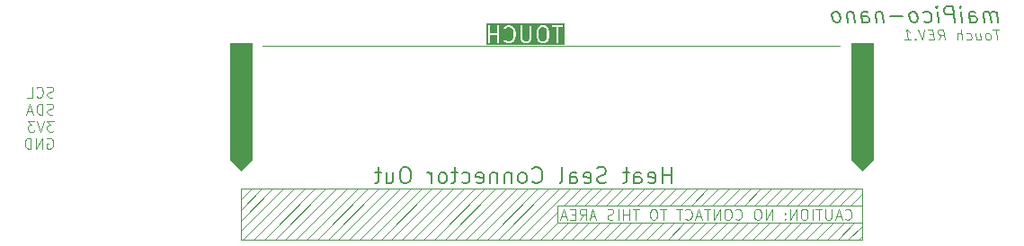
<source format=gbr>
%TF.GenerationSoftware,KiCad,Pcbnew,8.0.4*%
%TF.CreationDate,2024-08-04T13:50:59+08:00*%
%TF.ProjectId,mai-pico-nano-touch,6d61692d-7069-4636-9f2d-6e616e6f2d74,rev?*%
%TF.SameCoordinates,Original*%
%TF.FileFunction,Legend,Bot*%
%TF.FilePolarity,Positive*%
%FSLAX46Y46*%
G04 Gerber Fmt 4.6, Leading zero omitted, Abs format (unit mm)*
G04 Created by KiCad (PCBNEW 8.0.4) date 2024-08-04 13:50:59*
%MOMM*%
%LPD*%
G01*
G04 APERTURE LIST*
%ADD10C,0.100000*%
%ADD11C,0.150000*%
%ADD12C,0.200000*%
%ADD13C,0.120000*%
G04 APERTURE END LIST*
D10*
X112300000Y-90700000D02*
X110700000Y-92300000D01*
X89300000Y-90700000D02*
X84500000Y-95500000D01*
X118100000Y-93900000D02*
X116500000Y-95500000D01*
X92300000Y-90700000D02*
X87500000Y-95500000D01*
X126100000Y-93900000D02*
X124500000Y-95500000D01*
X112100000Y-93900000D02*
X110500000Y-95500000D01*
X80300000Y-90700000D02*
X75500000Y-95500000D01*
X127300000Y-90700000D02*
X125700000Y-92300000D01*
X103100000Y-92300000D02*
X103100000Y-93900000D01*
X118300000Y-90700000D02*
X116700000Y-92300000D01*
X84300000Y-90700000D02*
X79500000Y-95500000D01*
X122300000Y-90700000D02*
X120700000Y-92300000D01*
X109100000Y-93900000D02*
X107500000Y-95500000D01*
X130100000Y-93900000D02*
X128500000Y-95500000D01*
X130300000Y-90700000D02*
X128700000Y-92300000D01*
X83300000Y-90700000D02*
X78500000Y-95500000D01*
X120300000Y-90700000D02*
X118700000Y-92300000D01*
X85300000Y-90700000D02*
X80500000Y-95500000D01*
X131800000Y-95200000D02*
X131500000Y-95500000D01*
X111300000Y-90700000D02*
X109700000Y-92300000D01*
X109300000Y-90700000D02*
X107700000Y-92300000D01*
X106100000Y-93900000D02*
X104500000Y-95500000D01*
X129100000Y-93900000D02*
X127500000Y-95500000D01*
X103100000Y-93900000D02*
X101500000Y-95500000D01*
X86300000Y-90700000D02*
X81500000Y-95500000D01*
X94300000Y-90700000D02*
X89500000Y-95500000D01*
X115100000Y-93900000D02*
X113500000Y-95500000D01*
X106300000Y-90700000D02*
X104700000Y-92300000D01*
X132800000Y-88000000D02*
X131800000Y-89000000D01*
X130800000Y-88000000D01*
X130800000Y-77000000D01*
X132800000Y-77000000D01*
X132800000Y-88000000D01*
G36*
X132800000Y-88000000D02*
G01*
X131800000Y-89000000D01*
X130800000Y-88000000D01*
X130800000Y-77000000D01*
X132800000Y-77000000D01*
X132800000Y-88000000D01*
G37*
X77300000Y-90700000D02*
X73300000Y-94700000D01*
X121100000Y-93900000D02*
X119500000Y-95500000D01*
X116100000Y-93900000D02*
X114500000Y-95500000D01*
X116300000Y-90700000D02*
X114700000Y-92300000D01*
X119300000Y-90700000D02*
X117700000Y-92300000D01*
X97300000Y-90700000D02*
X92500000Y-95500000D01*
X101300000Y-90700000D02*
X96500000Y-95500000D01*
X131800000Y-92300000D02*
X103100000Y-92300000D01*
X81300000Y-90700000D02*
X76500000Y-95500000D01*
X122100000Y-93900000D02*
X120500000Y-95500000D01*
X96300000Y-90700000D02*
X91500000Y-95500000D01*
X93300000Y-90700000D02*
X88500000Y-95500000D01*
X91300000Y-90700000D02*
X86500000Y-95500000D01*
X110100000Y-93900000D02*
X108500000Y-95500000D01*
X131800000Y-94200000D02*
X130500000Y-95500000D01*
X98300000Y-90700000D02*
X93500000Y-95500000D01*
X74300000Y-88000000D02*
X73300000Y-89000000D01*
X72300000Y-88000000D01*
X72300000Y-77000000D01*
X74300000Y-77000000D01*
X74300000Y-88000000D01*
G36*
X74300000Y-88000000D02*
G01*
X73300000Y-89000000D01*
X72300000Y-88000000D01*
X72300000Y-77000000D01*
X74300000Y-77000000D01*
X74300000Y-88000000D01*
G37*
X73300000Y-90700000D02*
X131800000Y-90700000D01*
X131800000Y-95500000D01*
X73300000Y-95500000D01*
X73300000Y-90700000D01*
X110300000Y-90700000D02*
X108700000Y-92300000D01*
X90300000Y-90700000D02*
X85500000Y-95500000D01*
X108100000Y-93900000D02*
X106500000Y-95500000D01*
X125300000Y-90700000D02*
X123700000Y-92300000D01*
X107100000Y-93900000D02*
X105500000Y-95500000D01*
X78300000Y-90700000D02*
X73500000Y-95500000D01*
X131800000Y-91200000D02*
X130700000Y-92300000D01*
X103300000Y-90700000D02*
X98500000Y-95500000D01*
X128300000Y-90700000D02*
X126700000Y-92300000D01*
X131100000Y-93900000D02*
X129500000Y-95500000D01*
X82300000Y-90700000D02*
X77500000Y-95500000D01*
X87300000Y-90700000D02*
X82500000Y-95500000D01*
X74300000Y-90700000D02*
X73300000Y-91700000D01*
X124300000Y-90700000D02*
X122700000Y-92300000D01*
X79300000Y-90700000D02*
X74500000Y-95500000D01*
X103100000Y-92900000D02*
X100500000Y-95500000D01*
X114100000Y-93900000D02*
X112500000Y-95500000D01*
X99300000Y-90700000D02*
X94500000Y-95500000D01*
X88300000Y-90700000D02*
X83500000Y-95500000D01*
X117300000Y-90700000D02*
X115700000Y-92300000D01*
X76300000Y-90700000D02*
X73300000Y-93700000D01*
X129300000Y-90700000D02*
X127700000Y-92300000D01*
X95300000Y-90700000D02*
X90500000Y-95500000D01*
X104300000Y-90700000D02*
X99500000Y-95500000D01*
X127100000Y-93900000D02*
X125500000Y-95500000D01*
X126300000Y-90700000D02*
X124700000Y-92300000D01*
X123300000Y-90700000D02*
X121700000Y-92300000D01*
X120100000Y-93900000D02*
X118500000Y-95500000D01*
X131300000Y-90700000D02*
X129700000Y-92300000D01*
X103100000Y-93900000D02*
X131800000Y-93900000D01*
X104100000Y-93900000D02*
X102500000Y-95500000D01*
X114300000Y-90700000D02*
X112700000Y-92300000D01*
X113100000Y-93900000D02*
X111500000Y-95500000D01*
X100300000Y-90700000D02*
X95500000Y-95500000D01*
X107300000Y-90700000D02*
X105700000Y-92300000D01*
X128100000Y-93900000D02*
X126500000Y-95500000D01*
X121300000Y-90700000D02*
X119700000Y-92300000D01*
X124100000Y-93900000D02*
X122500000Y-95500000D01*
X131800000Y-91200000D02*
X130700000Y-92300000D01*
X108300000Y-90700000D02*
X106700000Y-92300000D01*
X111100000Y-93900000D02*
X109500000Y-95500000D01*
X119100000Y-93900000D02*
X117500000Y-95500000D01*
X115300000Y-90700000D02*
X113700000Y-92300000D01*
X105100000Y-93900000D02*
X103500000Y-95500000D01*
X117100000Y-93900000D02*
X115500000Y-95500000D01*
X102300000Y-90700000D02*
X97500000Y-95500000D01*
X113300000Y-90700000D02*
X111700000Y-92300000D01*
X75300000Y-90700000D02*
X73300000Y-92700000D01*
X105300000Y-90700000D02*
X103700000Y-92300000D01*
X123100000Y-93900000D02*
X121500000Y-95500000D01*
X125100000Y-93900000D02*
X123500000Y-95500000D01*
D11*
X113857142Y-90186128D02*
X113857142Y-88686128D01*
X113857142Y-89400414D02*
X112999999Y-89400414D01*
X112999999Y-90186128D02*
X112999999Y-88686128D01*
X111714284Y-90114700D02*
X111857141Y-90186128D01*
X111857141Y-90186128D02*
X112142856Y-90186128D01*
X112142856Y-90186128D02*
X112285713Y-90114700D01*
X112285713Y-90114700D02*
X112357141Y-89971842D01*
X112357141Y-89971842D02*
X112357141Y-89400414D01*
X112357141Y-89400414D02*
X112285713Y-89257557D01*
X112285713Y-89257557D02*
X112142856Y-89186128D01*
X112142856Y-89186128D02*
X111857141Y-89186128D01*
X111857141Y-89186128D02*
X111714284Y-89257557D01*
X111714284Y-89257557D02*
X111642856Y-89400414D01*
X111642856Y-89400414D02*
X111642856Y-89543271D01*
X111642856Y-89543271D02*
X112357141Y-89686128D01*
X110357142Y-90186128D02*
X110357142Y-89400414D01*
X110357142Y-89400414D02*
X110428570Y-89257557D01*
X110428570Y-89257557D02*
X110571427Y-89186128D01*
X110571427Y-89186128D02*
X110857142Y-89186128D01*
X110857142Y-89186128D02*
X110999999Y-89257557D01*
X110357142Y-90114700D02*
X110499999Y-90186128D01*
X110499999Y-90186128D02*
X110857142Y-90186128D01*
X110857142Y-90186128D02*
X110999999Y-90114700D01*
X110999999Y-90114700D02*
X111071427Y-89971842D01*
X111071427Y-89971842D02*
X111071427Y-89828985D01*
X111071427Y-89828985D02*
X110999999Y-89686128D01*
X110999999Y-89686128D02*
X110857142Y-89614700D01*
X110857142Y-89614700D02*
X110499999Y-89614700D01*
X110499999Y-89614700D02*
X110357142Y-89543271D01*
X109857141Y-89186128D02*
X109285713Y-89186128D01*
X109642856Y-88686128D02*
X109642856Y-89971842D01*
X109642856Y-89971842D02*
X109571427Y-90114700D01*
X109571427Y-90114700D02*
X109428570Y-90186128D01*
X109428570Y-90186128D02*
X109285713Y-90186128D01*
X107714284Y-90114700D02*
X107499999Y-90186128D01*
X107499999Y-90186128D02*
X107142856Y-90186128D01*
X107142856Y-90186128D02*
X106999999Y-90114700D01*
X106999999Y-90114700D02*
X106928570Y-90043271D01*
X106928570Y-90043271D02*
X106857141Y-89900414D01*
X106857141Y-89900414D02*
X106857141Y-89757557D01*
X106857141Y-89757557D02*
X106928570Y-89614700D01*
X106928570Y-89614700D02*
X106999999Y-89543271D01*
X106999999Y-89543271D02*
X107142856Y-89471842D01*
X107142856Y-89471842D02*
X107428570Y-89400414D01*
X107428570Y-89400414D02*
X107571427Y-89328985D01*
X107571427Y-89328985D02*
X107642856Y-89257557D01*
X107642856Y-89257557D02*
X107714284Y-89114700D01*
X107714284Y-89114700D02*
X107714284Y-88971842D01*
X107714284Y-88971842D02*
X107642856Y-88828985D01*
X107642856Y-88828985D02*
X107571427Y-88757557D01*
X107571427Y-88757557D02*
X107428570Y-88686128D01*
X107428570Y-88686128D02*
X107071427Y-88686128D01*
X107071427Y-88686128D02*
X106857141Y-88757557D01*
X105642856Y-90114700D02*
X105785713Y-90186128D01*
X105785713Y-90186128D02*
X106071428Y-90186128D01*
X106071428Y-90186128D02*
X106214285Y-90114700D01*
X106214285Y-90114700D02*
X106285713Y-89971842D01*
X106285713Y-89971842D02*
X106285713Y-89400414D01*
X106285713Y-89400414D02*
X106214285Y-89257557D01*
X106214285Y-89257557D02*
X106071428Y-89186128D01*
X106071428Y-89186128D02*
X105785713Y-89186128D01*
X105785713Y-89186128D02*
X105642856Y-89257557D01*
X105642856Y-89257557D02*
X105571428Y-89400414D01*
X105571428Y-89400414D02*
X105571428Y-89543271D01*
X105571428Y-89543271D02*
X106285713Y-89686128D01*
X104285714Y-90186128D02*
X104285714Y-89400414D01*
X104285714Y-89400414D02*
X104357142Y-89257557D01*
X104357142Y-89257557D02*
X104499999Y-89186128D01*
X104499999Y-89186128D02*
X104785714Y-89186128D01*
X104785714Y-89186128D02*
X104928571Y-89257557D01*
X104285714Y-90114700D02*
X104428571Y-90186128D01*
X104428571Y-90186128D02*
X104785714Y-90186128D01*
X104785714Y-90186128D02*
X104928571Y-90114700D01*
X104928571Y-90114700D02*
X104999999Y-89971842D01*
X104999999Y-89971842D02*
X104999999Y-89828985D01*
X104999999Y-89828985D02*
X104928571Y-89686128D01*
X104928571Y-89686128D02*
X104785714Y-89614700D01*
X104785714Y-89614700D02*
X104428571Y-89614700D01*
X104428571Y-89614700D02*
X104285714Y-89543271D01*
X103357142Y-90186128D02*
X103499999Y-90114700D01*
X103499999Y-90114700D02*
X103571428Y-89971842D01*
X103571428Y-89971842D02*
X103571428Y-88686128D01*
X100785714Y-90043271D02*
X100857142Y-90114700D01*
X100857142Y-90114700D02*
X101071428Y-90186128D01*
X101071428Y-90186128D02*
X101214285Y-90186128D01*
X101214285Y-90186128D02*
X101428571Y-90114700D01*
X101428571Y-90114700D02*
X101571428Y-89971842D01*
X101571428Y-89971842D02*
X101642857Y-89828985D01*
X101642857Y-89828985D02*
X101714285Y-89543271D01*
X101714285Y-89543271D02*
X101714285Y-89328985D01*
X101714285Y-89328985D02*
X101642857Y-89043271D01*
X101642857Y-89043271D02*
X101571428Y-88900414D01*
X101571428Y-88900414D02*
X101428571Y-88757557D01*
X101428571Y-88757557D02*
X101214285Y-88686128D01*
X101214285Y-88686128D02*
X101071428Y-88686128D01*
X101071428Y-88686128D02*
X100857142Y-88757557D01*
X100857142Y-88757557D02*
X100785714Y-88828985D01*
X99928571Y-90186128D02*
X100071428Y-90114700D01*
X100071428Y-90114700D02*
X100142857Y-90043271D01*
X100142857Y-90043271D02*
X100214285Y-89900414D01*
X100214285Y-89900414D02*
X100214285Y-89471842D01*
X100214285Y-89471842D02*
X100142857Y-89328985D01*
X100142857Y-89328985D02*
X100071428Y-89257557D01*
X100071428Y-89257557D02*
X99928571Y-89186128D01*
X99928571Y-89186128D02*
X99714285Y-89186128D01*
X99714285Y-89186128D02*
X99571428Y-89257557D01*
X99571428Y-89257557D02*
X99500000Y-89328985D01*
X99500000Y-89328985D02*
X99428571Y-89471842D01*
X99428571Y-89471842D02*
X99428571Y-89900414D01*
X99428571Y-89900414D02*
X99500000Y-90043271D01*
X99500000Y-90043271D02*
X99571428Y-90114700D01*
X99571428Y-90114700D02*
X99714285Y-90186128D01*
X99714285Y-90186128D02*
X99928571Y-90186128D01*
X98785714Y-89186128D02*
X98785714Y-90186128D01*
X98785714Y-89328985D02*
X98714285Y-89257557D01*
X98714285Y-89257557D02*
X98571428Y-89186128D01*
X98571428Y-89186128D02*
X98357142Y-89186128D01*
X98357142Y-89186128D02*
X98214285Y-89257557D01*
X98214285Y-89257557D02*
X98142857Y-89400414D01*
X98142857Y-89400414D02*
X98142857Y-90186128D01*
X97428571Y-89186128D02*
X97428571Y-90186128D01*
X97428571Y-89328985D02*
X97357142Y-89257557D01*
X97357142Y-89257557D02*
X97214285Y-89186128D01*
X97214285Y-89186128D02*
X96999999Y-89186128D01*
X96999999Y-89186128D02*
X96857142Y-89257557D01*
X96857142Y-89257557D02*
X96785714Y-89400414D01*
X96785714Y-89400414D02*
X96785714Y-90186128D01*
X95499999Y-90114700D02*
X95642856Y-90186128D01*
X95642856Y-90186128D02*
X95928571Y-90186128D01*
X95928571Y-90186128D02*
X96071428Y-90114700D01*
X96071428Y-90114700D02*
X96142856Y-89971842D01*
X96142856Y-89971842D02*
X96142856Y-89400414D01*
X96142856Y-89400414D02*
X96071428Y-89257557D01*
X96071428Y-89257557D02*
X95928571Y-89186128D01*
X95928571Y-89186128D02*
X95642856Y-89186128D01*
X95642856Y-89186128D02*
X95499999Y-89257557D01*
X95499999Y-89257557D02*
X95428571Y-89400414D01*
X95428571Y-89400414D02*
X95428571Y-89543271D01*
X95428571Y-89543271D02*
X96142856Y-89686128D01*
X94142857Y-90114700D02*
X94285714Y-90186128D01*
X94285714Y-90186128D02*
X94571428Y-90186128D01*
X94571428Y-90186128D02*
X94714285Y-90114700D01*
X94714285Y-90114700D02*
X94785714Y-90043271D01*
X94785714Y-90043271D02*
X94857142Y-89900414D01*
X94857142Y-89900414D02*
X94857142Y-89471842D01*
X94857142Y-89471842D02*
X94785714Y-89328985D01*
X94785714Y-89328985D02*
X94714285Y-89257557D01*
X94714285Y-89257557D02*
X94571428Y-89186128D01*
X94571428Y-89186128D02*
X94285714Y-89186128D01*
X94285714Y-89186128D02*
X94142857Y-89257557D01*
X93714285Y-89186128D02*
X93142857Y-89186128D01*
X93500000Y-88686128D02*
X93500000Y-89971842D01*
X93500000Y-89971842D02*
X93428571Y-90114700D01*
X93428571Y-90114700D02*
X93285714Y-90186128D01*
X93285714Y-90186128D02*
X93142857Y-90186128D01*
X92428571Y-90186128D02*
X92571428Y-90114700D01*
X92571428Y-90114700D02*
X92642857Y-90043271D01*
X92642857Y-90043271D02*
X92714285Y-89900414D01*
X92714285Y-89900414D02*
X92714285Y-89471842D01*
X92714285Y-89471842D02*
X92642857Y-89328985D01*
X92642857Y-89328985D02*
X92571428Y-89257557D01*
X92571428Y-89257557D02*
X92428571Y-89186128D01*
X92428571Y-89186128D02*
X92214285Y-89186128D01*
X92214285Y-89186128D02*
X92071428Y-89257557D01*
X92071428Y-89257557D02*
X92000000Y-89328985D01*
X92000000Y-89328985D02*
X91928571Y-89471842D01*
X91928571Y-89471842D02*
X91928571Y-89900414D01*
X91928571Y-89900414D02*
X92000000Y-90043271D01*
X92000000Y-90043271D02*
X92071428Y-90114700D01*
X92071428Y-90114700D02*
X92214285Y-90186128D01*
X92214285Y-90186128D02*
X92428571Y-90186128D01*
X91285714Y-90186128D02*
X91285714Y-89186128D01*
X91285714Y-89471842D02*
X91214285Y-89328985D01*
X91214285Y-89328985D02*
X91142857Y-89257557D01*
X91142857Y-89257557D02*
X90999999Y-89186128D01*
X90999999Y-89186128D02*
X90857142Y-89186128D01*
X88928571Y-88686128D02*
X88642857Y-88686128D01*
X88642857Y-88686128D02*
X88500000Y-88757557D01*
X88500000Y-88757557D02*
X88357143Y-88900414D01*
X88357143Y-88900414D02*
X88285714Y-89186128D01*
X88285714Y-89186128D02*
X88285714Y-89686128D01*
X88285714Y-89686128D02*
X88357143Y-89971842D01*
X88357143Y-89971842D02*
X88500000Y-90114700D01*
X88500000Y-90114700D02*
X88642857Y-90186128D01*
X88642857Y-90186128D02*
X88928571Y-90186128D01*
X88928571Y-90186128D02*
X89071429Y-90114700D01*
X89071429Y-90114700D02*
X89214286Y-89971842D01*
X89214286Y-89971842D02*
X89285714Y-89686128D01*
X89285714Y-89686128D02*
X89285714Y-89186128D01*
X89285714Y-89186128D02*
X89214286Y-88900414D01*
X89214286Y-88900414D02*
X89071429Y-88757557D01*
X89071429Y-88757557D02*
X88928571Y-88686128D01*
X87000000Y-89186128D02*
X87000000Y-90186128D01*
X87642857Y-89186128D02*
X87642857Y-89971842D01*
X87642857Y-89971842D02*
X87571428Y-90114700D01*
X87571428Y-90114700D02*
X87428571Y-90186128D01*
X87428571Y-90186128D02*
X87214285Y-90186128D01*
X87214285Y-90186128D02*
X87071428Y-90114700D01*
X87071428Y-90114700D02*
X87000000Y-90043271D01*
X86499999Y-89186128D02*
X85928571Y-89186128D01*
X86285714Y-88686128D02*
X86285714Y-89971842D01*
X86285714Y-89971842D02*
X86214285Y-90114700D01*
X86214285Y-90114700D02*
X86071428Y-90186128D01*
X86071428Y-90186128D02*
X85928571Y-90186128D01*
D10*
X130224687Y-93527180D02*
X130272306Y-93574800D01*
X130272306Y-93574800D02*
X130415163Y-93622419D01*
X130415163Y-93622419D02*
X130510401Y-93622419D01*
X130510401Y-93622419D02*
X130653258Y-93574800D01*
X130653258Y-93574800D02*
X130748496Y-93479561D01*
X130748496Y-93479561D02*
X130796115Y-93384323D01*
X130796115Y-93384323D02*
X130843734Y-93193847D01*
X130843734Y-93193847D02*
X130843734Y-93050990D01*
X130843734Y-93050990D02*
X130796115Y-92860514D01*
X130796115Y-92860514D02*
X130748496Y-92765276D01*
X130748496Y-92765276D02*
X130653258Y-92670038D01*
X130653258Y-92670038D02*
X130510401Y-92622419D01*
X130510401Y-92622419D02*
X130415163Y-92622419D01*
X130415163Y-92622419D02*
X130272306Y-92670038D01*
X130272306Y-92670038D02*
X130224687Y-92717657D01*
X129843734Y-93336704D02*
X129367544Y-93336704D01*
X129938972Y-93622419D02*
X129605639Y-92622419D01*
X129605639Y-92622419D02*
X129272306Y-93622419D01*
X128938972Y-92622419D02*
X128938972Y-93431942D01*
X128938972Y-93431942D02*
X128891353Y-93527180D01*
X128891353Y-93527180D02*
X128843734Y-93574800D01*
X128843734Y-93574800D02*
X128748496Y-93622419D01*
X128748496Y-93622419D02*
X128558020Y-93622419D01*
X128558020Y-93622419D02*
X128462782Y-93574800D01*
X128462782Y-93574800D02*
X128415163Y-93527180D01*
X128415163Y-93527180D02*
X128367544Y-93431942D01*
X128367544Y-93431942D02*
X128367544Y-92622419D01*
X128034210Y-92622419D02*
X127462782Y-92622419D01*
X127748496Y-93622419D02*
X127748496Y-92622419D01*
X127129448Y-93622419D02*
X127129448Y-92622419D01*
X126462782Y-92622419D02*
X126272306Y-92622419D01*
X126272306Y-92622419D02*
X126177068Y-92670038D01*
X126177068Y-92670038D02*
X126081830Y-92765276D01*
X126081830Y-92765276D02*
X126034211Y-92955752D01*
X126034211Y-92955752D02*
X126034211Y-93289085D01*
X126034211Y-93289085D02*
X126081830Y-93479561D01*
X126081830Y-93479561D02*
X126177068Y-93574800D01*
X126177068Y-93574800D02*
X126272306Y-93622419D01*
X126272306Y-93622419D02*
X126462782Y-93622419D01*
X126462782Y-93622419D02*
X126558020Y-93574800D01*
X126558020Y-93574800D02*
X126653258Y-93479561D01*
X126653258Y-93479561D02*
X126700877Y-93289085D01*
X126700877Y-93289085D02*
X126700877Y-92955752D01*
X126700877Y-92955752D02*
X126653258Y-92765276D01*
X126653258Y-92765276D02*
X126558020Y-92670038D01*
X126558020Y-92670038D02*
X126462782Y-92622419D01*
X125605639Y-93622419D02*
X125605639Y-92622419D01*
X125605639Y-92622419D02*
X125034211Y-93622419D01*
X125034211Y-93622419D02*
X125034211Y-92622419D01*
X124558020Y-93527180D02*
X124510401Y-93574800D01*
X124510401Y-93574800D02*
X124558020Y-93622419D01*
X124558020Y-93622419D02*
X124605639Y-93574800D01*
X124605639Y-93574800D02*
X124558020Y-93527180D01*
X124558020Y-93527180D02*
X124558020Y-93622419D01*
X124558020Y-93003371D02*
X124510401Y-93050990D01*
X124510401Y-93050990D02*
X124558020Y-93098609D01*
X124558020Y-93098609D02*
X124605639Y-93050990D01*
X124605639Y-93050990D02*
X124558020Y-93003371D01*
X124558020Y-93003371D02*
X124558020Y-93098609D01*
X123319925Y-93622419D02*
X123319925Y-92622419D01*
X123319925Y-92622419D02*
X122748497Y-93622419D01*
X122748497Y-93622419D02*
X122748497Y-92622419D01*
X122081830Y-92622419D02*
X121891354Y-92622419D01*
X121891354Y-92622419D02*
X121796116Y-92670038D01*
X121796116Y-92670038D02*
X121700878Y-92765276D01*
X121700878Y-92765276D02*
X121653259Y-92955752D01*
X121653259Y-92955752D02*
X121653259Y-93289085D01*
X121653259Y-93289085D02*
X121700878Y-93479561D01*
X121700878Y-93479561D02*
X121796116Y-93574800D01*
X121796116Y-93574800D02*
X121891354Y-93622419D01*
X121891354Y-93622419D02*
X122081830Y-93622419D01*
X122081830Y-93622419D02*
X122177068Y-93574800D01*
X122177068Y-93574800D02*
X122272306Y-93479561D01*
X122272306Y-93479561D02*
X122319925Y-93289085D01*
X122319925Y-93289085D02*
X122319925Y-92955752D01*
X122319925Y-92955752D02*
X122272306Y-92765276D01*
X122272306Y-92765276D02*
X122177068Y-92670038D01*
X122177068Y-92670038D02*
X122081830Y-92622419D01*
X119891354Y-93527180D02*
X119938973Y-93574800D01*
X119938973Y-93574800D02*
X120081830Y-93622419D01*
X120081830Y-93622419D02*
X120177068Y-93622419D01*
X120177068Y-93622419D02*
X120319925Y-93574800D01*
X120319925Y-93574800D02*
X120415163Y-93479561D01*
X120415163Y-93479561D02*
X120462782Y-93384323D01*
X120462782Y-93384323D02*
X120510401Y-93193847D01*
X120510401Y-93193847D02*
X120510401Y-93050990D01*
X120510401Y-93050990D02*
X120462782Y-92860514D01*
X120462782Y-92860514D02*
X120415163Y-92765276D01*
X120415163Y-92765276D02*
X120319925Y-92670038D01*
X120319925Y-92670038D02*
X120177068Y-92622419D01*
X120177068Y-92622419D02*
X120081830Y-92622419D01*
X120081830Y-92622419D02*
X119938973Y-92670038D01*
X119938973Y-92670038D02*
X119891354Y-92717657D01*
X119272306Y-92622419D02*
X119081830Y-92622419D01*
X119081830Y-92622419D02*
X118986592Y-92670038D01*
X118986592Y-92670038D02*
X118891354Y-92765276D01*
X118891354Y-92765276D02*
X118843735Y-92955752D01*
X118843735Y-92955752D02*
X118843735Y-93289085D01*
X118843735Y-93289085D02*
X118891354Y-93479561D01*
X118891354Y-93479561D02*
X118986592Y-93574800D01*
X118986592Y-93574800D02*
X119081830Y-93622419D01*
X119081830Y-93622419D02*
X119272306Y-93622419D01*
X119272306Y-93622419D02*
X119367544Y-93574800D01*
X119367544Y-93574800D02*
X119462782Y-93479561D01*
X119462782Y-93479561D02*
X119510401Y-93289085D01*
X119510401Y-93289085D02*
X119510401Y-92955752D01*
X119510401Y-92955752D02*
X119462782Y-92765276D01*
X119462782Y-92765276D02*
X119367544Y-92670038D01*
X119367544Y-92670038D02*
X119272306Y-92622419D01*
X118415163Y-93622419D02*
X118415163Y-92622419D01*
X118415163Y-92622419D02*
X117843735Y-93622419D01*
X117843735Y-93622419D02*
X117843735Y-92622419D01*
X117510401Y-92622419D02*
X116938973Y-92622419D01*
X117224687Y-93622419D02*
X117224687Y-92622419D01*
X116653258Y-93336704D02*
X116177068Y-93336704D01*
X116748496Y-93622419D02*
X116415163Y-92622419D01*
X116415163Y-92622419D02*
X116081830Y-93622419D01*
X115177068Y-93527180D02*
X115224687Y-93574800D01*
X115224687Y-93574800D02*
X115367544Y-93622419D01*
X115367544Y-93622419D02*
X115462782Y-93622419D01*
X115462782Y-93622419D02*
X115605639Y-93574800D01*
X115605639Y-93574800D02*
X115700877Y-93479561D01*
X115700877Y-93479561D02*
X115748496Y-93384323D01*
X115748496Y-93384323D02*
X115796115Y-93193847D01*
X115796115Y-93193847D02*
X115796115Y-93050990D01*
X115796115Y-93050990D02*
X115748496Y-92860514D01*
X115748496Y-92860514D02*
X115700877Y-92765276D01*
X115700877Y-92765276D02*
X115605639Y-92670038D01*
X115605639Y-92670038D02*
X115462782Y-92622419D01*
X115462782Y-92622419D02*
X115367544Y-92622419D01*
X115367544Y-92622419D02*
X115224687Y-92670038D01*
X115224687Y-92670038D02*
X115177068Y-92717657D01*
X114891353Y-92622419D02*
X114319925Y-92622419D01*
X114605639Y-93622419D02*
X114605639Y-92622419D01*
X113367543Y-92622419D02*
X112796115Y-92622419D01*
X113081829Y-93622419D02*
X113081829Y-92622419D01*
X112272305Y-92622419D02*
X112081829Y-92622419D01*
X112081829Y-92622419D02*
X111986591Y-92670038D01*
X111986591Y-92670038D02*
X111891353Y-92765276D01*
X111891353Y-92765276D02*
X111843734Y-92955752D01*
X111843734Y-92955752D02*
X111843734Y-93289085D01*
X111843734Y-93289085D02*
X111891353Y-93479561D01*
X111891353Y-93479561D02*
X111986591Y-93574800D01*
X111986591Y-93574800D02*
X112081829Y-93622419D01*
X112081829Y-93622419D02*
X112272305Y-93622419D01*
X112272305Y-93622419D02*
X112367543Y-93574800D01*
X112367543Y-93574800D02*
X112462781Y-93479561D01*
X112462781Y-93479561D02*
X112510400Y-93289085D01*
X112510400Y-93289085D02*
X112510400Y-92955752D01*
X112510400Y-92955752D02*
X112462781Y-92765276D01*
X112462781Y-92765276D02*
X112367543Y-92670038D01*
X112367543Y-92670038D02*
X112272305Y-92622419D01*
X110796114Y-92622419D02*
X110224686Y-92622419D01*
X110510400Y-93622419D02*
X110510400Y-92622419D01*
X109891352Y-93622419D02*
X109891352Y-92622419D01*
X109891352Y-93098609D02*
X109319924Y-93098609D01*
X109319924Y-93622419D02*
X109319924Y-92622419D01*
X108843733Y-93622419D02*
X108843733Y-92622419D01*
X108415162Y-93574800D02*
X108272305Y-93622419D01*
X108272305Y-93622419D02*
X108034210Y-93622419D01*
X108034210Y-93622419D02*
X107938972Y-93574800D01*
X107938972Y-93574800D02*
X107891353Y-93527180D01*
X107891353Y-93527180D02*
X107843734Y-93431942D01*
X107843734Y-93431942D02*
X107843734Y-93336704D01*
X107843734Y-93336704D02*
X107891353Y-93241466D01*
X107891353Y-93241466D02*
X107938972Y-93193847D01*
X107938972Y-93193847D02*
X108034210Y-93146228D01*
X108034210Y-93146228D02*
X108224686Y-93098609D01*
X108224686Y-93098609D02*
X108319924Y-93050990D01*
X108319924Y-93050990D02*
X108367543Y-93003371D01*
X108367543Y-93003371D02*
X108415162Y-92908133D01*
X108415162Y-92908133D02*
X108415162Y-92812895D01*
X108415162Y-92812895D02*
X108367543Y-92717657D01*
X108367543Y-92717657D02*
X108319924Y-92670038D01*
X108319924Y-92670038D02*
X108224686Y-92622419D01*
X108224686Y-92622419D02*
X107986591Y-92622419D01*
X107986591Y-92622419D02*
X107843734Y-92670038D01*
X106700876Y-93336704D02*
X106224686Y-93336704D01*
X106796114Y-93622419D02*
X106462781Y-92622419D01*
X106462781Y-92622419D02*
X106129448Y-93622419D01*
X105224686Y-93622419D02*
X105558019Y-93146228D01*
X105796114Y-93622419D02*
X105796114Y-92622419D01*
X105796114Y-92622419D02*
X105415162Y-92622419D01*
X105415162Y-92622419D02*
X105319924Y-92670038D01*
X105319924Y-92670038D02*
X105272305Y-92717657D01*
X105272305Y-92717657D02*
X105224686Y-92812895D01*
X105224686Y-92812895D02*
X105224686Y-92955752D01*
X105224686Y-92955752D02*
X105272305Y-93050990D01*
X105272305Y-93050990D02*
X105319924Y-93098609D01*
X105319924Y-93098609D02*
X105415162Y-93146228D01*
X105415162Y-93146228D02*
X105796114Y-93146228D01*
X104796114Y-93098609D02*
X104462781Y-93098609D01*
X104319924Y-93622419D02*
X104796114Y-93622419D01*
X104796114Y-93622419D02*
X104796114Y-92622419D01*
X104796114Y-92622419D02*
X104319924Y-92622419D01*
X103938971Y-93336704D02*
X103462781Y-93336704D01*
X104034209Y-93622419D02*
X103700876Y-92622419D01*
X103700876Y-92622419D02*
X103367543Y-93622419D01*
D12*
G36*
X101976478Y-75537142D02*
G01*
X102088275Y-75648939D01*
X102150000Y-75895836D01*
X102150000Y-76371219D01*
X102088275Y-76618117D01*
X101976480Y-76729913D01*
X101869250Y-76783528D01*
X101630750Y-76783528D01*
X101523521Y-76729913D01*
X101411725Y-76618117D01*
X101350000Y-76371217D01*
X101350000Y-75895838D01*
X101411724Y-75648939D01*
X101523520Y-75537143D01*
X101630750Y-75483528D01*
X101869250Y-75483528D01*
X101976478Y-75537142D01*
G37*
G36*
X103800460Y-77150195D02*
G01*
X96411904Y-77150195D01*
X96411904Y-75383528D01*
X96578571Y-75383528D01*
X96578571Y-76883528D01*
X96580492Y-76903037D01*
X96595424Y-76939085D01*
X96623014Y-76966675D01*
X96659062Y-76981607D01*
X96698080Y-76981607D01*
X96734128Y-76966675D01*
X96761718Y-76939085D01*
X96776650Y-76903037D01*
X96778571Y-76883528D01*
X96778571Y-76197814D01*
X97435714Y-76197814D01*
X97435714Y-76883528D01*
X97437635Y-76903037D01*
X97452567Y-76939085D01*
X97480157Y-76966675D01*
X97516205Y-76981607D01*
X97555223Y-76981607D01*
X97591271Y-76966675D01*
X97618861Y-76939085D01*
X97633793Y-76903037D01*
X97635714Y-76883528D01*
X97635714Y-75506876D01*
X98080492Y-75506876D01*
X98080492Y-75545894D01*
X98095424Y-75581942D01*
X98123014Y-75609532D01*
X98159062Y-75624464D01*
X98198080Y-75624464D01*
X98234128Y-75609532D01*
X98249282Y-75597096D01*
X98304017Y-75542359D01*
X98480512Y-75483528D01*
X98590915Y-75483528D01*
X98767408Y-75542359D01*
X98882098Y-75657048D01*
X98941363Y-75775576D01*
X99007142Y-76038693D01*
X99007142Y-76228362D01*
X98941363Y-76491479D01*
X98882098Y-76610007D01*
X98767409Y-76724696D01*
X98590915Y-76783528D01*
X98480511Y-76783528D01*
X98304017Y-76724697D01*
X98249282Y-76669961D01*
X98234129Y-76657524D01*
X98198081Y-76642593D01*
X98159063Y-76642592D01*
X98123014Y-76657523D01*
X98095424Y-76685113D01*
X98080493Y-76721161D01*
X98080492Y-76760179D01*
X98095423Y-76796228D01*
X98107860Y-76811381D01*
X98179288Y-76882810D01*
X98194441Y-76895247D01*
X98197760Y-76896622D01*
X98200476Y-76898977D01*
X98218376Y-76906968D01*
X98432662Y-76978396D01*
X98442333Y-76980595D01*
X98444776Y-76981607D01*
X98448314Y-76981955D01*
X98451778Y-76982743D01*
X98454411Y-76982555D01*
X98464285Y-76983528D01*
X98607142Y-76983528D01*
X98617015Y-76982555D01*
X98619649Y-76982743D01*
X98623112Y-76981955D01*
X98626651Y-76981607D01*
X98629093Y-76980595D01*
X98638765Y-76978396D01*
X98853050Y-76906968D01*
X98870951Y-76898977D01*
X98873666Y-76896621D01*
X98876986Y-76895247D01*
X98892139Y-76882810D01*
X99034996Y-76739952D01*
X99041286Y-76732287D01*
X99043285Y-76730554D01*
X99045181Y-76727541D01*
X99047432Y-76724799D01*
X99048441Y-76722362D01*
X99053728Y-76713964D01*
X99125157Y-76571107D01*
X99125703Y-76569678D01*
X99126133Y-76569099D01*
X99129051Y-76560928D01*
X99132163Y-76552798D01*
X99132214Y-76552075D01*
X99132728Y-76550638D01*
X99204156Y-76264925D01*
X99204656Y-76261543D01*
X99205221Y-76260180D01*
X99205944Y-76252829D01*
X99207024Y-76245532D01*
X99206806Y-76244073D01*
X99207142Y-76240671D01*
X99207142Y-76026385D01*
X99206806Y-76022982D01*
X99207024Y-76021524D01*
X99205944Y-76014226D01*
X99205221Y-76006876D01*
X99204656Y-76005512D01*
X99204156Y-76002131D01*
X99132728Y-75716418D01*
X99132214Y-75714980D01*
X99132163Y-75714258D01*
X99129051Y-75706127D01*
X99126133Y-75697957D01*
X99125703Y-75697377D01*
X99125157Y-75695949D01*
X99053728Y-75553092D01*
X99048442Y-75544694D01*
X99047432Y-75542256D01*
X99045179Y-75539511D01*
X99043285Y-75536502D01*
X99041287Y-75534769D01*
X99034995Y-75527103D01*
X98892139Y-75384246D01*
X98891264Y-75383528D01*
X99650000Y-75383528D01*
X99650000Y-76597814D01*
X99651921Y-76617323D01*
X99653296Y-76620643D01*
X99653551Y-76624227D01*
X99660557Y-76642535D01*
X99731985Y-76785392D01*
X99737271Y-76793790D01*
X99738281Y-76796228D01*
X99740532Y-76798971D01*
X99742428Y-76801983D01*
X99744425Y-76803715D01*
X99750717Y-76811382D01*
X99822146Y-76882811D01*
X99829816Y-76889105D01*
X99831546Y-76891100D01*
X99834553Y-76892993D01*
X99837300Y-76895247D01*
X99839739Y-76896257D01*
X99848136Y-76901543D01*
X99990993Y-76972971D01*
X100009302Y-76979977D01*
X100012884Y-76980231D01*
X100016205Y-76981607D01*
X100035714Y-76983528D01*
X100321428Y-76983528D01*
X100340937Y-76981607D01*
X100344257Y-76980231D01*
X100347840Y-76979977D01*
X100366149Y-76972971D01*
X100509007Y-76901543D01*
X100517403Y-76896257D01*
X100519844Y-76895247D01*
X100522589Y-76892993D01*
X100525598Y-76891100D01*
X100527330Y-76889102D01*
X100534997Y-76882810D01*
X100606425Y-76811381D01*
X100612717Y-76803714D01*
X100614714Y-76801983D01*
X100616607Y-76798974D01*
X100618862Y-76796228D01*
X100619872Y-76793787D01*
X100625157Y-76785393D01*
X100696586Y-76642536D01*
X100703592Y-76624227D01*
X100703846Y-76620643D01*
X100705222Y-76617323D01*
X100707143Y-76597814D01*
X100707143Y-75883528D01*
X101150000Y-75883528D01*
X101150000Y-76383528D01*
X101150335Y-76386930D01*
X101150118Y-76388389D01*
X101151197Y-76395686D01*
X101151921Y-76403037D01*
X101152485Y-76404400D01*
X101152986Y-76407782D01*
X101224415Y-76693495D01*
X101231010Y-76711956D01*
X101235436Y-76717930D01*
X101238282Y-76724799D01*
X101250718Y-76739952D01*
X101393575Y-76882810D01*
X101401244Y-76889105D01*
X101402975Y-76891100D01*
X101405980Y-76892991D01*
X101408728Y-76895247D01*
X101411169Y-76896258D01*
X101419565Y-76901543D01*
X101562422Y-76972971D01*
X101580731Y-76979977D01*
X101584313Y-76980231D01*
X101587634Y-76981607D01*
X101607143Y-76983528D01*
X101892857Y-76983528D01*
X101912366Y-76981607D01*
X101915686Y-76980231D01*
X101919269Y-76979977D01*
X101937578Y-76972971D01*
X102080436Y-76901543D01*
X102088832Y-76896257D01*
X102091273Y-76895247D01*
X102094018Y-76892993D01*
X102097027Y-76891100D01*
X102098759Y-76889102D01*
X102106426Y-76882810D01*
X102249283Y-76739952D01*
X102261719Y-76724799D01*
X102264564Y-76717930D01*
X102268991Y-76711956D01*
X102275586Y-76693495D01*
X102347014Y-76407782D01*
X102347514Y-76404400D01*
X102348079Y-76403037D01*
X102348802Y-76395686D01*
X102349882Y-76388389D01*
X102349664Y-76386930D01*
X102350000Y-76383528D01*
X102350000Y-75883528D01*
X102349664Y-75880125D01*
X102349882Y-75878667D01*
X102348802Y-75871369D01*
X102348079Y-75864019D01*
X102347514Y-75862655D01*
X102347014Y-75859274D01*
X102275586Y-75573561D01*
X102268991Y-75555100D01*
X102264564Y-75549125D01*
X102261719Y-75542256D01*
X102249282Y-75527103D01*
X102106426Y-75384246D01*
X102098759Y-75377954D01*
X102097027Y-75375957D01*
X102094015Y-75374061D01*
X102091272Y-75371810D01*
X102088834Y-75370800D01*
X102080436Y-75365514D01*
X102077446Y-75364019D01*
X102580493Y-75364019D01*
X102580493Y-75403037D01*
X102595425Y-75439085D01*
X102623015Y-75466675D01*
X102659063Y-75481607D01*
X102678572Y-75483528D01*
X103007143Y-75483528D01*
X103007143Y-76883528D01*
X103009064Y-76903037D01*
X103023996Y-76939085D01*
X103051586Y-76966675D01*
X103087634Y-76981607D01*
X103126652Y-76981607D01*
X103162700Y-76966675D01*
X103190290Y-76939085D01*
X103205222Y-76903037D01*
X103207143Y-76883528D01*
X103207143Y-75483528D01*
X103535714Y-75483528D01*
X103555223Y-75481607D01*
X103591271Y-75466675D01*
X103618861Y-75439085D01*
X103633793Y-75403037D01*
X103633793Y-75364019D01*
X103618861Y-75327971D01*
X103591271Y-75300381D01*
X103555223Y-75285449D01*
X103535714Y-75283528D01*
X102678572Y-75283528D01*
X102659063Y-75285449D01*
X102623015Y-75300381D01*
X102595425Y-75327971D01*
X102580493Y-75364019D01*
X102077446Y-75364019D01*
X101937578Y-75294085D01*
X101919270Y-75287079D01*
X101915686Y-75286824D01*
X101912366Y-75285449D01*
X101892857Y-75283528D01*
X101607143Y-75283528D01*
X101587634Y-75285449D01*
X101584313Y-75286824D01*
X101580730Y-75287079D01*
X101562421Y-75294085D01*
X101419564Y-75365514D01*
X101411166Y-75370799D01*
X101408728Y-75371810D01*
X101405983Y-75374062D01*
X101402974Y-75375957D01*
X101401241Y-75377954D01*
X101393575Y-75384247D01*
X101250718Y-75527103D01*
X101238282Y-75542257D01*
X101235436Y-75549125D01*
X101231010Y-75555100D01*
X101224415Y-75573561D01*
X101152986Y-75859274D01*
X101152485Y-75862655D01*
X101151921Y-75864019D01*
X101151197Y-75871369D01*
X101150118Y-75878667D01*
X101150335Y-75880125D01*
X101150000Y-75883528D01*
X100707143Y-75883528D01*
X100707143Y-75383528D01*
X100705222Y-75364019D01*
X100690290Y-75327971D01*
X100662700Y-75300381D01*
X100626652Y-75285449D01*
X100587634Y-75285449D01*
X100551586Y-75300381D01*
X100523996Y-75327971D01*
X100509064Y-75364019D01*
X100507143Y-75383528D01*
X100507143Y-76574206D01*
X100453527Y-76681437D01*
X100405050Y-76729913D01*
X100297821Y-76783528D01*
X100059321Y-76783528D01*
X99952093Y-76729914D01*
X99903613Y-76681434D01*
X99850000Y-76574207D01*
X99850000Y-75383528D01*
X99848079Y-75364019D01*
X99833147Y-75327971D01*
X99805557Y-75300381D01*
X99769509Y-75285449D01*
X99730491Y-75285449D01*
X99694443Y-75300381D01*
X99666853Y-75327971D01*
X99651921Y-75364019D01*
X99650000Y-75383528D01*
X98891264Y-75383528D01*
X98876985Y-75371810D01*
X98873666Y-75370435D01*
X98870951Y-75368080D01*
X98853051Y-75360089D01*
X98638765Y-75288660D01*
X98629092Y-75286460D01*
X98626651Y-75285449D01*
X98623113Y-75285100D01*
X98619650Y-75284313D01*
X98617015Y-75284500D01*
X98607142Y-75283528D01*
X98464285Y-75283528D01*
X98454411Y-75284500D01*
X98451777Y-75284313D01*
X98448313Y-75285100D01*
X98444776Y-75285449D01*
X98442334Y-75286460D01*
X98432662Y-75288660D01*
X98218376Y-75360089D01*
X98200476Y-75368080D01*
X98197760Y-75370434D01*
X98194441Y-75371810D01*
X98179288Y-75384247D01*
X98107860Y-75455674D01*
X98095424Y-75470828D01*
X98080492Y-75506876D01*
X97635714Y-75506876D01*
X97635714Y-75383528D01*
X97633793Y-75364019D01*
X97618861Y-75327971D01*
X97591271Y-75300381D01*
X97555223Y-75285449D01*
X97516205Y-75285449D01*
X97480157Y-75300381D01*
X97452567Y-75327971D01*
X97437635Y-75364019D01*
X97435714Y-75383528D01*
X97435714Y-75997814D01*
X96778571Y-75997814D01*
X96778571Y-75383528D01*
X96776650Y-75364019D01*
X96761718Y-75327971D01*
X96734128Y-75300381D01*
X96698080Y-75285449D01*
X96659062Y-75285449D01*
X96623014Y-75300381D01*
X96595424Y-75327971D01*
X96580492Y-75364019D01*
X96578571Y-75383528D01*
X96411904Y-75383528D01*
X96411904Y-75116861D01*
X103800460Y-75116861D01*
X103800460Y-77150195D01*
G37*
X144620207Y-75006028D02*
X144495207Y-74006028D01*
X144513064Y-74148885D02*
X144432707Y-74077457D01*
X144432707Y-74077457D02*
X144280922Y-74006028D01*
X144280922Y-74006028D02*
X144066636Y-74006028D01*
X144066636Y-74006028D02*
X143932707Y-74077457D01*
X143932707Y-74077457D02*
X143879136Y-74220314D01*
X143879136Y-74220314D02*
X143977350Y-75006028D01*
X143879136Y-74220314D02*
X143789850Y-74077457D01*
X143789850Y-74077457D02*
X143638064Y-74006028D01*
X143638064Y-74006028D02*
X143423779Y-74006028D01*
X143423779Y-74006028D02*
X143289850Y-74077457D01*
X143289850Y-74077457D02*
X143236279Y-74220314D01*
X143236279Y-74220314D02*
X143334493Y-75006028D01*
X141977350Y-75006028D02*
X141879136Y-74220314D01*
X141879136Y-74220314D02*
X141932707Y-74077457D01*
X141932707Y-74077457D02*
X142066636Y-74006028D01*
X142066636Y-74006028D02*
X142352350Y-74006028D01*
X142352350Y-74006028D02*
X142504136Y-74077457D01*
X141968422Y-74934600D02*
X142120207Y-75006028D01*
X142120207Y-75006028D02*
X142477350Y-75006028D01*
X142477350Y-75006028D02*
X142611279Y-74934600D01*
X142611279Y-74934600D02*
X142664850Y-74791742D01*
X142664850Y-74791742D02*
X142646993Y-74648885D01*
X142646993Y-74648885D02*
X142557707Y-74506028D01*
X142557707Y-74506028D02*
X142405922Y-74434600D01*
X142405922Y-74434600D02*
X142048779Y-74434600D01*
X142048779Y-74434600D02*
X141896993Y-74363171D01*
X141263064Y-75006028D02*
X141138064Y-74006028D01*
X141075564Y-73506028D02*
X141155921Y-73577457D01*
X141155921Y-73577457D02*
X141093421Y-73648885D01*
X141093421Y-73648885D02*
X141013064Y-73577457D01*
X141013064Y-73577457D02*
X141075564Y-73506028D01*
X141075564Y-73506028D02*
X141093421Y-73648885D01*
X140548778Y-75006028D02*
X140361278Y-73506028D01*
X140361278Y-73506028D02*
X139789850Y-73506028D01*
X139789850Y-73506028D02*
X139655921Y-73577457D01*
X139655921Y-73577457D02*
X139593421Y-73648885D01*
X139593421Y-73648885D02*
X139539850Y-73791742D01*
X139539850Y-73791742D02*
X139566635Y-74006028D01*
X139566635Y-74006028D02*
X139655921Y-74148885D01*
X139655921Y-74148885D02*
X139736278Y-74220314D01*
X139736278Y-74220314D02*
X139888064Y-74291742D01*
X139888064Y-74291742D02*
X140459493Y-74291742D01*
X139048778Y-75006028D02*
X138923778Y-74006028D01*
X138861278Y-73506028D02*
X138941635Y-73577457D01*
X138941635Y-73577457D02*
X138879135Y-73648885D01*
X138879135Y-73648885D02*
X138798778Y-73577457D01*
X138798778Y-73577457D02*
X138861278Y-73506028D01*
X138861278Y-73506028D02*
X138879135Y-73648885D01*
X137682707Y-74934600D02*
X137834492Y-75006028D01*
X137834492Y-75006028D02*
X138120207Y-75006028D01*
X138120207Y-75006028D02*
X138254135Y-74934600D01*
X138254135Y-74934600D02*
X138316635Y-74863171D01*
X138316635Y-74863171D02*
X138370207Y-74720314D01*
X138370207Y-74720314D02*
X138316635Y-74291742D01*
X138316635Y-74291742D02*
X138227349Y-74148885D01*
X138227349Y-74148885D02*
X138146992Y-74077457D01*
X138146992Y-74077457D02*
X137995207Y-74006028D01*
X137995207Y-74006028D02*
X137709492Y-74006028D01*
X137709492Y-74006028D02*
X137575564Y-74077457D01*
X136834493Y-75006028D02*
X136968421Y-74934600D01*
X136968421Y-74934600D02*
X137030921Y-74863171D01*
X137030921Y-74863171D02*
X137084493Y-74720314D01*
X137084493Y-74720314D02*
X137030921Y-74291742D01*
X137030921Y-74291742D02*
X136941635Y-74148885D01*
X136941635Y-74148885D02*
X136861278Y-74077457D01*
X136861278Y-74077457D02*
X136709493Y-74006028D01*
X136709493Y-74006028D02*
X136495207Y-74006028D01*
X136495207Y-74006028D02*
X136361278Y-74077457D01*
X136361278Y-74077457D02*
X136298778Y-74148885D01*
X136298778Y-74148885D02*
X136245207Y-74291742D01*
X136245207Y-74291742D02*
X136298778Y-74720314D01*
X136298778Y-74720314D02*
X136388064Y-74863171D01*
X136388064Y-74863171D02*
X136468421Y-74934600D01*
X136468421Y-74934600D02*
X136620207Y-75006028D01*
X136620207Y-75006028D02*
X136834493Y-75006028D01*
X135620207Y-74434600D02*
X134477350Y-74434600D01*
X133709492Y-74006028D02*
X133834492Y-75006028D01*
X133727349Y-74148885D02*
X133646992Y-74077457D01*
X133646992Y-74077457D02*
X133495207Y-74006028D01*
X133495207Y-74006028D02*
X133280921Y-74006028D01*
X133280921Y-74006028D02*
X133146992Y-74077457D01*
X133146992Y-74077457D02*
X133093421Y-74220314D01*
X133093421Y-74220314D02*
X133191635Y-75006028D01*
X131834492Y-75006028D02*
X131736278Y-74220314D01*
X131736278Y-74220314D02*
X131789849Y-74077457D01*
X131789849Y-74077457D02*
X131923778Y-74006028D01*
X131923778Y-74006028D02*
X132209492Y-74006028D01*
X132209492Y-74006028D02*
X132361278Y-74077457D01*
X131825564Y-74934600D02*
X131977349Y-75006028D01*
X131977349Y-75006028D02*
X132334492Y-75006028D01*
X132334492Y-75006028D02*
X132468421Y-74934600D01*
X132468421Y-74934600D02*
X132521992Y-74791742D01*
X132521992Y-74791742D02*
X132504135Y-74648885D01*
X132504135Y-74648885D02*
X132414849Y-74506028D01*
X132414849Y-74506028D02*
X132263064Y-74434600D01*
X132263064Y-74434600D02*
X131905921Y-74434600D01*
X131905921Y-74434600D02*
X131754135Y-74363171D01*
X130995206Y-74006028D02*
X131120206Y-75006028D01*
X131013063Y-74148885D02*
X130932706Y-74077457D01*
X130932706Y-74077457D02*
X130780921Y-74006028D01*
X130780921Y-74006028D02*
X130566635Y-74006028D01*
X130566635Y-74006028D02*
X130432706Y-74077457D01*
X130432706Y-74077457D02*
X130379135Y-74220314D01*
X130379135Y-74220314D02*
X130477349Y-75006028D01*
X129548778Y-75006028D02*
X129682706Y-74934600D01*
X129682706Y-74934600D02*
X129745206Y-74863171D01*
X129745206Y-74863171D02*
X129798778Y-74720314D01*
X129798778Y-74720314D02*
X129745206Y-74291742D01*
X129745206Y-74291742D02*
X129655920Y-74148885D01*
X129655920Y-74148885D02*
X129575563Y-74077457D01*
X129575563Y-74077457D02*
X129423778Y-74006028D01*
X129423778Y-74006028D02*
X129209492Y-74006028D01*
X129209492Y-74006028D02*
X129075563Y-74077457D01*
X129075563Y-74077457D02*
X129013063Y-74148885D01*
X129013063Y-74148885D02*
X128959492Y-74291742D01*
X128959492Y-74291742D02*
X129013063Y-74720314D01*
X129013063Y-74720314D02*
X129102349Y-74863171D01*
X129102349Y-74863171D02*
X129182706Y-74934600D01*
X129182706Y-74934600D02*
X129334492Y-75006028D01*
X129334492Y-75006028D02*
X129548778Y-75006028D01*
D10*
X55643734Y-82044884D02*
X55500877Y-82092503D01*
X55500877Y-82092503D02*
X55262782Y-82092503D01*
X55262782Y-82092503D02*
X55167544Y-82044884D01*
X55167544Y-82044884D02*
X55119925Y-81997264D01*
X55119925Y-81997264D02*
X55072306Y-81902026D01*
X55072306Y-81902026D02*
X55072306Y-81806788D01*
X55072306Y-81806788D02*
X55119925Y-81711550D01*
X55119925Y-81711550D02*
X55167544Y-81663931D01*
X55167544Y-81663931D02*
X55262782Y-81616312D01*
X55262782Y-81616312D02*
X55453258Y-81568693D01*
X55453258Y-81568693D02*
X55548496Y-81521074D01*
X55548496Y-81521074D02*
X55596115Y-81473455D01*
X55596115Y-81473455D02*
X55643734Y-81378217D01*
X55643734Y-81378217D02*
X55643734Y-81282979D01*
X55643734Y-81282979D02*
X55596115Y-81187741D01*
X55596115Y-81187741D02*
X55548496Y-81140122D01*
X55548496Y-81140122D02*
X55453258Y-81092503D01*
X55453258Y-81092503D02*
X55215163Y-81092503D01*
X55215163Y-81092503D02*
X55072306Y-81140122D01*
X54072306Y-81997264D02*
X54119925Y-82044884D01*
X54119925Y-82044884D02*
X54262782Y-82092503D01*
X54262782Y-82092503D02*
X54358020Y-82092503D01*
X54358020Y-82092503D02*
X54500877Y-82044884D01*
X54500877Y-82044884D02*
X54596115Y-81949645D01*
X54596115Y-81949645D02*
X54643734Y-81854407D01*
X54643734Y-81854407D02*
X54691353Y-81663931D01*
X54691353Y-81663931D02*
X54691353Y-81521074D01*
X54691353Y-81521074D02*
X54643734Y-81330598D01*
X54643734Y-81330598D02*
X54596115Y-81235360D01*
X54596115Y-81235360D02*
X54500877Y-81140122D01*
X54500877Y-81140122D02*
X54358020Y-81092503D01*
X54358020Y-81092503D02*
X54262782Y-81092503D01*
X54262782Y-81092503D02*
X54119925Y-81140122D01*
X54119925Y-81140122D02*
X54072306Y-81187741D01*
X53167544Y-82092503D02*
X53643734Y-82092503D01*
X53643734Y-82092503D02*
X53643734Y-81092503D01*
X55643734Y-83654828D02*
X55500877Y-83702447D01*
X55500877Y-83702447D02*
X55262782Y-83702447D01*
X55262782Y-83702447D02*
X55167544Y-83654828D01*
X55167544Y-83654828D02*
X55119925Y-83607208D01*
X55119925Y-83607208D02*
X55072306Y-83511970D01*
X55072306Y-83511970D02*
X55072306Y-83416732D01*
X55072306Y-83416732D02*
X55119925Y-83321494D01*
X55119925Y-83321494D02*
X55167544Y-83273875D01*
X55167544Y-83273875D02*
X55262782Y-83226256D01*
X55262782Y-83226256D02*
X55453258Y-83178637D01*
X55453258Y-83178637D02*
X55548496Y-83131018D01*
X55548496Y-83131018D02*
X55596115Y-83083399D01*
X55596115Y-83083399D02*
X55643734Y-82988161D01*
X55643734Y-82988161D02*
X55643734Y-82892923D01*
X55643734Y-82892923D02*
X55596115Y-82797685D01*
X55596115Y-82797685D02*
X55548496Y-82750066D01*
X55548496Y-82750066D02*
X55453258Y-82702447D01*
X55453258Y-82702447D02*
X55215163Y-82702447D01*
X55215163Y-82702447D02*
X55072306Y-82750066D01*
X54643734Y-83702447D02*
X54643734Y-82702447D01*
X54643734Y-82702447D02*
X54405639Y-82702447D01*
X54405639Y-82702447D02*
X54262782Y-82750066D01*
X54262782Y-82750066D02*
X54167544Y-82845304D01*
X54167544Y-82845304D02*
X54119925Y-82940542D01*
X54119925Y-82940542D02*
X54072306Y-83131018D01*
X54072306Y-83131018D02*
X54072306Y-83273875D01*
X54072306Y-83273875D02*
X54119925Y-83464351D01*
X54119925Y-83464351D02*
X54167544Y-83559589D01*
X54167544Y-83559589D02*
X54262782Y-83654828D01*
X54262782Y-83654828D02*
X54405639Y-83702447D01*
X54405639Y-83702447D02*
X54643734Y-83702447D01*
X53691353Y-83416732D02*
X53215163Y-83416732D01*
X53786591Y-83702447D02*
X53453258Y-82702447D01*
X53453258Y-82702447D02*
X53119925Y-83702447D01*
X55691353Y-84312391D02*
X55072306Y-84312391D01*
X55072306Y-84312391D02*
X55405639Y-84693343D01*
X55405639Y-84693343D02*
X55262782Y-84693343D01*
X55262782Y-84693343D02*
X55167544Y-84740962D01*
X55167544Y-84740962D02*
X55119925Y-84788581D01*
X55119925Y-84788581D02*
X55072306Y-84883819D01*
X55072306Y-84883819D02*
X55072306Y-85121914D01*
X55072306Y-85121914D02*
X55119925Y-85217152D01*
X55119925Y-85217152D02*
X55167544Y-85264772D01*
X55167544Y-85264772D02*
X55262782Y-85312391D01*
X55262782Y-85312391D02*
X55548496Y-85312391D01*
X55548496Y-85312391D02*
X55643734Y-85264772D01*
X55643734Y-85264772D02*
X55691353Y-85217152D01*
X54786591Y-84312391D02*
X54453258Y-85312391D01*
X54453258Y-85312391D02*
X54119925Y-84312391D01*
X53881829Y-84312391D02*
X53262782Y-84312391D01*
X53262782Y-84312391D02*
X53596115Y-84693343D01*
X53596115Y-84693343D02*
X53453258Y-84693343D01*
X53453258Y-84693343D02*
X53358020Y-84740962D01*
X53358020Y-84740962D02*
X53310401Y-84788581D01*
X53310401Y-84788581D02*
X53262782Y-84883819D01*
X53262782Y-84883819D02*
X53262782Y-85121914D01*
X53262782Y-85121914D02*
X53310401Y-85217152D01*
X53310401Y-85217152D02*
X53358020Y-85264772D01*
X53358020Y-85264772D02*
X53453258Y-85312391D01*
X53453258Y-85312391D02*
X53738972Y-85312391D01*
X53738972Y-85312391D02*
X53834210Y-85264772D01*
X53834210Y-85264772D02*
X53881829Y-85217152D01*
X55072306Y-85969954D02*
X55167544Y-85922335D01*
X55167544Y-85922335D02*
X55310401Y-85922335D01*
X55310401Y-85922335D02*
X55453258Y-85969954D01*
X55453258Y-85969954D02*
X55548496Y-86065192D01*
X55548496Y-86065192D02*
X55596115Y-86160430D01*
X55596115Y-86160430D02*
X55643734Y-86350906D01*
X55643734Y-86350906D02*
X55643734Y-86493763D01*
X55643734Y-86493763D02*
X55596115Y-86684239D01*
X55596115Y-86684239D02*
X55548496Y-86779477D01*
X55548496Y-86779477D02*
X55453258Y-86874716D01*
X55453258Y-86874716D02*
X55310401Y-86922335D01*
X55310401Y-86922335D02*
X55215163Y-86922335D01*
X55215163Y-86922335D02*
X55072306Y-86874716D01*
X55072306Y-86874716D02*
X55024687Y-86827096D01*
X55024687Y-86827096D02*
X55024687Y-86493763D01*
X55024687Y-86493763D02*
X55215163Y-86493763D01*
X54596115Y-86922335D02*
X54596115Y-85922335D01*
X54596115Y-85922335D02*
X54024687Y-86922335D01*
X54024687Y-86922335D02*
X54024687Y-85922335D01*
X53548496Y-86922335D02*
X53548496Y-85922335D01*
X53548496Y-85922335D02*
X53310401Y-85922335D01*
X53310401Y-85922335D02*
X53167544Y-85969954D01*
X53167544Y-85969954D02*
X53072306Y-86065192D01*
X53072306Y-86065192D02*
X53024687Y-86160430D01*
X53024687Y-86160430D02*
X52977068Y-86350906D01*
X52977068Y-86350906D02*
X52977068Y-86493763D01*
X52977068Y-86493763D02*
X53024687Y-86684239D01*
X53024687Y-86684239D02*
X53072306Y-86779477D01*
X53072306Y-86779477D02*
X53167544Y-86874716D01*
X53167544Y-86874716D02*
X53310401Y-86922335D01*
X53310401Y-86922335D02*
X53548496Y-86922335D01*
D13*
X144706767Y-75671379D02*
X144135338Y-75671379D01*
X144546053Y-76671379D02*
X144421053Y-75671379D01*
X143784148Y-76671379D02*
X143873433Y-76623760D01*
X143873433Y-76623760D02*
X143915100Y-76576140D01*
X143915100Y-76576140D02*
X143950814Y-76480902D01*
X143950814Y-76480902D02*
X143915100Y-76195188D01*
X143915100Y-76195188D02*
X143855576Y-76099950D01*
X143855576Y-76099950D02*
X143802005Y-76052331D01*
X143802005Y-76052331D02*
X143700814Y-76004712D01*
X143700814Y-76004712D02*
X143557957Y-76004712D01*
X143557957Y-76004712D02*
X143468671Y-76052331D01*
X143468671Y-76052331D02*
X143427005Y-76099950D01*
X143427005Y-76099950D02*
X143391290Y-76195188D01*
X143391290Y-76195188D02*
X143427005Y-76480902D01*
X143427005Y-76480902D02*
X143486528Y-76576140D01*
X143486528Y-76576140D02*
X143540100Y-76623760D01*
X143540100Y-76623760D02*
X143641290Y-76671379D01*
X143641290Y-76671379D02*
X143784148Y-76671379D01*
X142510338Y-76004712D02*
X142593671Y-76671379D01*
X142938909Y-76004712D02*
X143004386Y-76528521D01*
X143004386Y-76528521D02*
X142968671Y-76623760D01*
X142968671Y-76623760D02*
X142879386Y-76671379D01*
X142879386Y-76671379D02*
X142736528Y-76671379D01*
X142736528Y-76671379D02*
X142635338Y-76623760D01*
X142635338Y-76623760D02*
X142581766Y-76576140D01*
X141682957Y-76623760D02*
X141784147Y-76671379D01*
X141784147Y-76671379D02*
X141974624Y-76671379D01*
X141974624Y-76671379D02*
X142063909Y-76623760D01*
X142063909Y-76623760D02*
X142105576Y-76576140D01*
X142105576Y-76576140D02*
X142141290Y-76480902D01*
X142141290Y-76480902D02*
X142105576Y-76195188D01*
X142105576Y-76195188D02*
X142046052Y-76099950D01*
X142046052Y-76099950D02*
X141992481Y-76052331D01*
X141992481Y-76052331D02*
X141891290Y-76004712D01*
X141891290Y-76004712D02*
X141700814Y-76004712D01*
X141700814Y-76004712D02*
X141611528Y-76052331D01*
X141260338Y-76671379D02*
X141135338Y-75671379D01*
X140831766Y-76671379D02*
X140766290Y-76147569D01*
X140766290Y-76147569D02*
X140802004Y-76052331D01*
X140802004Y-76052331D02*
X140891290Y-76004712D01*
X140891290Y-76004712D02*
X141034147Y-76004712D01*
X141034147Y-76004712D02*
X141135338Y-76052331D01*
X141135338Y-76052331D02*
X141188909Y-76099950D01*
X139022242Y-76671379D02*
X139296052Y-76195188D01*
X139593671Y-76671379D02*
X139468671Y-75671379D01*
X139468671Y-75671379D02*
X139087718Y-75671379D01*
X139087718Y-75671379D02*
X138998433Y-75718998D01*
X138998433Y-75718998D02*
X138956766Y-75766617D01*
X138956766Y-75766617D02*
X138921052Y-75861855D01*
X138921052Y-75861855D02*
X138938909Y-76004712D01*
X138938909Y-76004712D02*
X138998433Y-76099950D01*
X138998433Y-76099950D02*
X139052004Y-76147569D01*
X139052004Y-76147569D02*
X139153194Y-76195188D01*
X139153194Y-76195188D02*
X139534147Y-76195188D01*
X138528194Y-76147569D02*
X138194861Y-76147569D01*
X138117480Y-76671379D02*
X138593671Y-76671379D01*
X138593671Y-76671379D02*
X138468671Y-75671379D01*
X138468671Y-75671379D02*
X137992480Y-75671379D01*
X137706766Y-75671379D02*
X137498432Y-76671379D01*
X137498432Y-76671379D02*
X137040099Y-75671379D01*
X136819861Y-76576140D02*
X136778194Y-76623760D01*
X136778194Y-76623760D02*
X136831766Y-76671379D01*
X136831766Y-76671379D02*
X136873432Y-76623760D01*
X136873432Y-76623760D02*
X136819861Y-76576140D01*
X136819861Y-76576140D02*
X136831766Y-76671379D01*
X135831766Y-76671379D02*
X136403195Y-76671379D01*
X136117480Y-76671379D02*
X135992480Y-75671379D01*
X135992480Y-75671379D02*
X136105576Y-75814236D01*
X136105576Y-75814236D02*
X136212719Y-75909474D01*
X136212719Y-75909474D02*
X136313909Y-75957093D01*
%TO.C,J2*%
X75350000Y-77200000D02*
X129750000Y-77200000D01*
%TD*%
M02*

</source>
